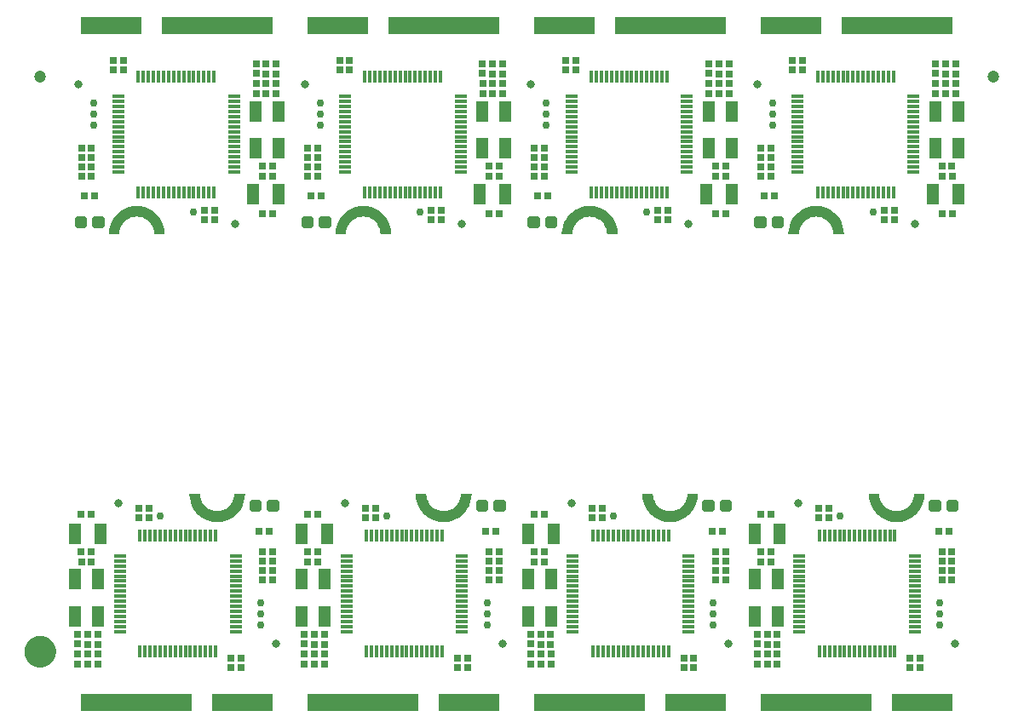
<source format=gts>
G04 EAGLE Gerber RS-274X export*
G75*
%MOMM*%
%FSLAX34Y34*%
%LPD*%
%INSoldermask Top*%
%IPPOS*%
%AMOC8*
5,1,8,0,0,1.08239X$1,22.5*%
G01*
%ADD10R,0.803200X0.803200*%
%ADD11C,0.505344*%
%ADD12R,0.553200X1.653200*%
%ADD13C,0.657200*%
%ADD14R,1.203200X0.423200*%
%ADD15R,0.423200X1.203200*%
%ADD16R,1.303200X2.103200*%
%ADD17R,1.203200X2.003200*%
%ADD18C,0.838200*%
%ADD19C,0.762000*%
%ADD20C,1.203200*%
%ADD21C,1.270000*%
%ADD22C,1.703200*%

G36*
X727755Y478253D02*
X727755Y478253D01*
X727762Y478251D01*
X727822Y478272D01*
X727883Y478290D01*
X727887Y478295D01*
X727894Y478298D01*
X727933Y478348D01*
X727975Y478395D01*
X727976Y478402D01*
X727980Y478408D01*
X727997Y478480D01*
X728211Y481198D01*
X728843Y483831D01*
X729879Y486331D01*
X731293Y488639D01*
X733051Y490698D01*
X735109Y492456D01*
X737417Y493870D01*
X739918Y494906D01*
X742550Y495538D01*
X745248Y495750D01*
X747947Y495538D01*
X750579Y494906D01*
X753080Y493870D01*
X755388Y492456D01*
X757446Y490698D01*
X759204Y488639D01*
X760618Y486331D01*
X761654Y483831D01*
X762286Y481198D01*
X762500Y478480D01*
X762503Y478474D01*
X762501Y478467D01*
X762527Y478409D01*
X762550Y478350D01*
X762555Y478345D01*
X762558Y478339D01*
X762611Y478304D01*
X762662Y478266D01*
X762669Y478266D01*
X762675Y478262D01*
X762748Y478251D01*
X772748Y478251D01*
X772773Y478258D01*
X772799Y478256D01*
X772839Y478277D01*
X772883Y478290D01*
X772900Y478310D01*
X772923Y478322D01*
X772945Y478361D01*
X772975Y478395D01*
X772978Y478421D01*
X772991Y478444D01*
X772997Y478518D01*
X772717Y482431D01*
X772714Y482441D01*
X772712Y482467D01*
X771878Y486301D01*
X771873Y486309D01*
X771868Y486335D01*
X770497Y490011D01*
X770491Y490019D01*
X770482Y490043D01*
X768602Y493487D01*
X768595Y493494D01*
X768582Y493517D01*
X766231Y496658D01*
X766223Y496664D01*
X766208Y496685D01*
X763433Y499459D01*
X763425Y499464D01*
X763406Y499483D01*
X760265Y501834D01*
X760256Y501837D01*
X760235Y501853D01*
X756792Y503734D01*
X756782Y503736D01*
X756759Y503748D01*
X753083Y505120D01*
X753074Y505120D01*
X753049Y505130D01*
X749215Y505964D01*
X749205Y505963D01*
X749180Y505969D01*
X745266Y506249D01*
X745257Y506247D01*
X745231Y506249D01*
X741317Y505969D01*
X741308Y505965D01*
X741282Y505964D01*
X737448Y505130D01*
X737439Y505125D01*
X737414Y505120D01*
X733737Y503748D01*
X733730Y503743D01*
X733705Y503734D01*
X730261Y501853D01*
X730255Y501846D01*
X730231Y501834D01*
X727090Y499483D01*
X727085Y499475D01*
X727064Y499459D01*
X724289Y496685D01*
X724284Y496676D01*
X724266Y496658D01*
X721914Y493517D01*
X721911Y493508D01*
X721895Y493487D01*
X720015Y490043D01*
X720013Y490034D01*
X720000Y490011D01*
X718629Y486335D01*
X718628Y486325D01*
X718619Y486301D01*
X717785Y482467D01*
X717785Y482457D01*
X717780Y482431D01*
X717500Y478518D01*
X717505Y478492D01*
X717501Y478467D01*
X717520Y478425D01*
X717529Y478381D01*
X717548Y478363D01*
X717558Y478339D01*
X717596Y478314D01*
X717628Y478282D01*
X717653Y478276D01*
X717675Y478262D01*
X717748Y478251D01*
X727748Y478251D01*
X727755Y478253D01*
G37*
G36*
X502661Y478253D02*
X502661Y478253D01*
X502668Y478251D01*
X502727Y478272D01*
X502788Y478290D01*
X502793Y478295D01*
X502799Y478298D01*
X502838Y478348D01*
X502880Y478395D01*
X502881Y478402D01*
X502885Y478408D01*
X502902Y478480D01*
X503116Y481198D01*
X503748Y483831D01*
X504784Y486331D01*
X506198Y488639D01*
X507956Y490698D01*
X510014Y492456D01*
X512322Y493870D01*
X514823Y494906D01*
X517455Y495538D01*
X520154Y495750D01*
X522852Y495538D01*
X525484Y494906D01*
X527985Y493870D01*
X530293Y492456D01*
X532351Y490698D01*
X534109Y488639D01*
X535523Y486331D01*
X536559Y483831D01*
X537191Y481198D01*
X537405Y478480D01*
X537408Y478474D01*
X537407Y478467D01*
X537432Y478409D01*
X537455Y478350D01*
X537461Y478345D01*
X537463Y478339D01*
X537516Y478304D01*
X537567Y478266D01*
X537574Y478266D01*
X537580Y478262D01*
X537654Y478251D01*
X547654Y478251D01*
X547679Y478258D01*
X547705Y478256D01*
X547744Y478277D01*
X547788Y478290D01*
X547805Y478310D01*
X547828Y478322D01*
X547850Y478361D01*
X547880Y478395D01*
X547884Y478421D01*
X547896Y478444D01*
X547902Y478518D01*
X547622Y482431D01*
X547619Y482441D01*
X547617Y482467D01*
X546783Y486301D01*
X546779Y486309D01*
X546773Y486335D01*
X545402Y490011D01*
X545396Y490019D01*
X545387Y490043D01*
X543507Y493487D01*
X543500Y493494D01*
X543488Y493517D01*
X541136Y496658D01*
X541129Y496664D01*
X541113Y496685D01*
X538339Y499459D01*
X538330Y499464D01*
X538312Y499483D01*
X535171Y501834D01*
X535162Y501837D01*
X535141Y501853D01*
X531697Y503734D01*
X531688Y503736D01*
X531665Y503748D01*
X527988Y505120D01*
X527979Y505120D01*
X527954Y505130D01*
X524120Y505964D01*
X524111Y505963D01*
X524085Y505969D01*
X520171Y506249D01*
X520162Y506247D01*
X520136Y506249D01*
X516222Y505969D01*
X516213Y505965D01*
X516187Y505964D01*
X512353Y505130D01*
X512344Y505125D01*
X512319Y505120D01*
X508643Y503748D01*
X508635Y503743D01*
X508610Y503734D01*
X505167Y501853D01*
X505160Y501846D01*
X505137Y501834D01*
X501996Y499483D01*
X501990Y499475D01*
X501969Y499459D01*
X499194Y496685D01*
X499190Y496676D01*
X499171Y496658D01*
X496820Y493517D01*
X496816Y493508D01*
X496800Y493487D01*
X494920Y490043D01*
X494918Y490034D01*
X494905Y490011D01*
X493534Y486335D01*
X493533Y486325D01*
X493524Y486301D01*
X492690Y482467D01*
X492691Y482457D01*
X492685Y482431D01*
X492405Y478518D01*
X492410Y478492D01*
X492407Y478467D01*
X492425Y478425D01*
X492435Y478381D01*
X492453Y478363D01*
X492463Y478339D01*
X492501Y478314D01*
X492533Y478282D01*
X492558Y478276D01*
X492580Y478262D01*
X492654Y478251D01*
X502654Y478251D01*
X502661Y478253D01*
G37*
G36*
X52496Y478253D02*
X52496Y478253D01*
X52503Y478251D01*
X52563Y478272D01*
X52624Y478290D01*
X52628Y478295D01*
X52635Y478298D01*
X52674Y478348D01*
X52716Y478395D01*
X52717Y478402D01*
X52721Y478408D01*
X52738Y478480D01*
X52952Y481198D01*
X53584Y483831D01*
X54620Y486331D01*
X56034Y488639D01*
X57792Y490698D01*
X59850Y492456D01*
X62158Y493870D01*
X64659Y494906D01*
X67291Y495538D01*
X69989Y495750D01*
X72688Y495538D01*
X75320Y494906D01*
X77821Y493870D01*
X80129Y492456D01*
X82187Y490698D01*
X83945Y488639D01*
X85359Y486331D01*
X86395Y483831D01*
X87027Y481198D01*
X87241Y478480D01*
X87244Y478474D01*
X87242Y478467D01*
X87268Y478409D01*
X87291Y478350D01*
X87296Y478345D01*
X87299Y478339D01*
X87352Y478304D01*
X87403Y478266D01*
X87410Y478266D01*
X87416Y478262D01*
X87489Y478251D01*
X97489Y478251D01*
X97514Y478258D01*
X97540Y478256D01*
X97580Y478277D01*
X97624Y478290D01*
X97641Y478310D01*
X97664Y478322D01*
X97686Y478361D01*
X97716Y478395D01*
X97719Y478421D01*
X97732Y478444D01*
X97738Y478518D01*
X97458Y482431D01*
X97455Y482441D01*
X97453Y482467D01*
X96619Y486301D01*
X96614Y486309D01*
X96609Y486335D01*
X95238Y490011D01*
X95232Y490019D01*
X95223Y490043D01*
X93343Y493487D01*
X93336Y493494D01*
X93323Y493517D01*
X90972Y496658D01*
X90964Y496664D01*
X90949Y496685D01*
X88174Y499459D01*
X88166Y499464D01*
X88147Y499483D01*
X85006Y501834D01*
X84997Y501837D01*
X84976Y501853D01*
X81533Y503734D01*
X81523Y503736D01*
X81500Y503748D01*
X77824Y505120D01*
X77815Y505120D01*
X77790Y505130D01*
X73956Y505964D01*
X73946Y505963D01*
X73921Y505969D01*
X70007Y506249D01*
X69998Y506247D01*
X69972Y506249D01*
X66058Y505969D01*
X66049Y505965D01*
X66023Y505964D01*
X62189Y505130D01*
X62180Y505125D01*
X62155Y505120D01*
X58478Y503748D01*
X58471Y503743D01*
X58446Y503734D01*
X55002Y501853D01*
X54996Y501846D01*
X54972Y501834D01*
X51831Y499483D01*
X51826Y499475D01*
X51805Y499459D01*
X49030Y496685D01*
X49025Y496676D01*
X49007Y496658D01*
X46655Y493517D01*
X46652Y493508D01*
X46636Y493487D01*
X44756Y490043D01*
X44754Y490034D01*
X44741Y490011D01*
X43370Y486335D01*
X43369Y486325D01*
X43360Y486301D01*
X42526Y482467D01*
X42526Y482457D01*
X42521Y482431D01*
X42241Y478518D01*
X42246Y478492D01*
X42242Y478467D01*
X42261Y478425D01*
X42270Y478381D01*
X42289Y478363D01*
X42299Y478339D01*
X42337Y478314D01*
X42369Y478282D01*
X42394Y478276D01*
X42416Y478262D01*
X42489Y478251D01*
X52489Y478251D01*
X52496Y478253D01*
G37*
G36*
X277591Y478253D02*
X277591Y478253D01*
X277598Y478251D01*
X277657Y478272D01*
X277718Y478290D01*
X277723Y478295D01*
X277730Y478298D01*
X277769Y478348D01*
X277810Y478395D01*
X277811Y478402D01*
X277816Y478408D01*
X277833Y478480D01*
X278047Y481198D01*
X278679Y483831D01*
X279714Y486331D01*
X281129Y488639D01*
X282887Y490698D01*
X284945Y492456D01*
X287253Y493870D01*
X289754Y494906D01*
X292386Y495538D01*
X295084Y495750D01*
X297783Y495538D01*
X300415Y494906D01*
X302916Y493870D01*
X305224Y492456D01*
X307282Y490698D01*
X309040Y488639D01*
X310454Y486331D01*
X311490Y483831D01*
X312122Y481198D01*
X312336Y478480D01*
X312338Y478474D01*
X312337Y478467D01*
X312363Y478409D01*
X312385Y478350D01*
X312391Y478345D01*
X312394Y478339D01*
X312447Y478304D01*
X312497Y478266D01*
X312505Y478266D01*
X312511Y478262D01*
X312584Y478251D01*
X322584Y478251D01*
X322609Y478258D01*
X322635Y478256D01*
X322675Y478277D01*
X322718Y478290D01*
X322736Y478310D01*
X322758Y478322D01*
X322781Y478361D01*
X322810Y478395D01*
X322814Y478421D01*
X322827Y478444D01*
X322833Y478518D01*
X322553Y482431D01*
X322550Y482441D01*
X322548Y482467D01*
X321714Y486301D01*
X321709Y486309D01*
X321704Y486335D01*
X320333Y490011D01*
X320327Y490019D01*
X320318Y490043D01*
X318437Y493487D01*
X318431Y493494D01*
X318418Y493517D01*
X316067Y496658D01*
X316059Y496664D01*
X316044Y496685D01*
X313269Y499459D01*
X313261Y499464D01*
X313242Y499483D01*
X310101Y501834D01*
X310092Y501837D01*
X310071Y501853D01*
X306628Y503734D01*
X306618Y503736D01*
X306595Y503748D01*
X302919Y505120D01*
X302909Y505120D01*
X302885Y505130D01*
X299051Y505964D01*
X299041Y505963D01*
X299016Y505969D01*
X295102Y506249D01*
X295093Y506247D01*
X295066Y506249D01*
X291153Y505969D01*
X291144Y505965D01*
X291118Y505964D01*
X287284Y505130D01*
X287275Y505125D01*
X287249Y505120D01*
X283573Y503748D01*
X283565Y503743D01*
X283541Y503734D01*
X280097Y501853D01*
X280090Y501846D01*
X280067Y501834D01*
X276926Y499483D01*
X276920Y499475D01*
X276899Y499459D01*
X274125Y496685D01*
X274120Y496676D01*
X274102Y496658D01*
X271750Y493517D01*
X271747Y493508D01*
X271731Y493487D01*
X269851Y490043D01*
X269849Y490034D01*
X269836Y490011D01*
X268465Y486335D01*
X268464Y486325D01*
X268455Y486301D01*
X267621Y482467D01*
X267621Y482457D01*
X267615Y482431D01*
X267336Y478518D01*
X267341Y478492D01*
X267337Y478467D01*
X267356Y478425D01*
X267365Y478381D01*
X267383Y478363D01*
X267394Y478339D01*
X267432Y478314D01*
X267464Y478282D01*
X267489Y478276D01*
X267511Y478262D01*
X267584Y478251D01*
X277584Y478251D01*
X277591Y478253D01*
G37*
G36*
X829165Y192531D02*
X829165Y192531D01*
X829174Y192535D01*
X829200Y192536D01*
X833034Y193370D01*
X833043Y193375D01*
X833068Y193380D01*
X836745Y194752D01*
X836752Y194757D01*
X836777Y194766D01*
X840221Y196647D01*
X840227Y196654D01*
X840251Y196666D01*
X843392Y199017D01*
X843397Y199025D01*
X843419Y199041D01*
X846193Y201815D01*
X846198Y201824D01*
X846216Y201842D01*
X848568Y204983D01*
X848571Y204992D01*
X848587Y205013D01*
X850467Y208457D01*
X850469Y208466D01*
X850482Y208489D01*
X851853Y212165D01*
X851854Y212175D01*
X851863Y212199D01*
X852697Y216033D01*
X852697Y216043D01*
X852702Y216069D01*
X852982Y219982D01*
X852977Y220008D01*
X852981Y220033D01*
X852962Y220075D01*
X852953Y220119D01*
X852934Y220137D01*
X852924Y220161D01*
X852886Y220186D01*
X852854Y220218D01*
X852829Y220224D01*
X852807Y220238D01*
X852734Y220249D01*
X842734Y220249D01*
X842727Y220247D01*
X842720Y220249D01*
X842660Y220228D01*
X842599Y220210D01*
X842595Y220205D01*
X842588Y220202D01*
X842549Y220152D01*
X842507Y220105D01*
X842506Y220098D01*
X842502Y220092D01*
X842485Y220020D01*
X842271Y217302D01*
X841639Y214669D01*
X840603Y212169D01*
X839189Y209861D01*
X837431Y207802D01*
X835373Y206044D01*
X833065Y204630D01*
X830564Y203594D01*
X827932Y202962D01*
X825234Y202750D01*
X822535Y202962D01*
X819903Y203594D01*
X817402Y204630D01*
X815094Y206044D01*
X813036Y207802D01*
X811278Y209861D01*
X809864Y212169D01*
X808828Y214669D01*
X808196Y217302D01*
X807982Y220020D01*
X807980Y220026D01*
X807981Y220033D01*
X807955Y220091D01*
X807932Y220150D01*
X807927Y220155D01*
X807924Y220161D01*
X807871Y220196D01*
X807820Y220234D01*
X807813Y220234D01*
X807807Y220238D01*
X807734Y220249D01*
X797734Y220249D01*
X797709Y220242D01*
X797683Y220244D01*
X797643Y220223D01*
X797599Y220210D01*
X797582Y220190D01*
X797559Y220178D01*
X797537Y220139D01*
X797507Y220105D01*
X797504Y220079D01*
X797491Y220056D01*
X797485Y219982D01*
X797765Y216069D01*
X797768Y216059D01*
X797770Y216033D01*
X798604Y212199D01*
X798609Y212191D01*
X798614Y212165D01*
X799985Y208489D01*
X799991Y208481D01*
X800000Y208457D01*
X801880Y205013D01*
X801887Y205006D01*
X801900Y204983D01*
X804251Y201842D01*
X804259Y201836D01*
X804274Y201815D01*
X807049Y199041D01*
X807057Y199036D01*
X807076Y199017D01*
X810217Y196666D01*
X810226Y196663D01*
X810247Y196647D01*
X813690Y194766D01*
X813700Y194764D01*
X813723Y194752D01*
X817399Y193380D01*
X817409Y193380D01*
X817433Y193370D01*
X821267Y192536D01*
X821277Y192537D01*
X821302Y192531D01*
X825216Y192251D01*
X825225Y192253D01*
X825251Y192251D01*
X829165Y192531D01*
G37*
G36*
X604096Y192531D02*
X604096Y192531D01*
X604105Y192535D01*
X604131Y192536D01*
X607965Y193370D01*
X607973Y193375D01*
X607999Y193380D01*
X611675Y194752D01*
X611683Y194757D01*
X611708Y194766D01*
X615151Y196647D01*
X615158Y196654D01*
X615181Y196666D01*
X618322Y199017D01*
X618328Y199025D01*
X618349Y199041D01*
X621124Y201815D01*
X621128Y201824D01*
X621147Y201842D01*
X623498Y204983D01*
X623502Y204992D01*
X623517Y205013D01*
X625398Y208457D01*
X625400Y208466D01*
X625413Y208489D01*
X626784Y212165D01*
X626784Y212175D01*
X626794Y212199D01*
X627628Y216033D01*
X627627Y216043D01*
X627633Y216069D01*
X627913Y219982D01*
X627907Y220008D01*
X627911Y220033D01*
X627893Y220075D01*
X627883Y220119D01*
X627865Y220137D01*
X627854Y220161D01*
X627817Y220186D01*
X627785Y220218D01*
X627759Y220224D01*
X627738Y220238D01*
X627664Y220249D01*
X617664Y220249D01*
X617657Y220247D01*
X617650Y220249D01*
X617591Y220228D01*
X617530Y220210D01*
X617525Y220205D01*
X617518Y220202D01*
X617480Y220152D01*
X617438Y220105D01*
X617437Y220098D01*
X617433Y220092D01*
X617416Y220020D01*
X617202Y217302D01*
X616570Y214669D01*
X615534Y212169D01*
X614120Y209861D01*
X612362Y207802D01*
X610304Y206044D01*
X607996Y204630D01*
X605495Y203594D01*
X602863Y202962D01*
X600164Y202750D01*
X597466Y202962D01*
X594834Y203594D01*
X592333Y204630D01*
X590025Y206044D01*
X587967Y207802D01*
X586209Y209861D01*
X584794Y212169D01*
X583759Y214669D01*
X583127Y217302D01*
X582913Y220020D01*
X582910Y220026D01*
X582911Y220033D01*
X582885Y220091D01*
X582863Y220150D01*
X582857Y220155D01*
X582854Y220161D01*
X582802Y220196D01*
X582751Y220234D01*
X582744Y220234D01*
X582738Y220238D01*
X582664Y220249D01*
X572664Y220249D01*
X572639Y220242D01*
X572613Y220244D01*
X572573Y220223D01*
X572530Y220210D01*
X572513Y220190D01*
X572490Y220178D01*
X572468Y220139D01*
X572438Y220105D01*
X572434Y220079D01*
X572421Y220056D01*
X572416Y219982D01*
X572695Y216069D01*
X572699Y216059D01*
X572701Y216033D01*
X573535Y212199D01*
X573539Y212191D01*
X573545Y212165D01*
X574916Y208489D01*
X574922Y208481D01*
X574931Y208457D01*
X576811Y205013D01*
X576818Y205006D01*
X576830Y204983D01*
X579182Y201842D01*
X579189Y201836D01*
X579205Y201815D01*
X581979Y199041D01*
X581988Y199036D01*
X582006Y199017D01*
X585147Y196666D01*
X585156Y196663D01*
X585177Y196647D01*
X588621Y194766D01*
X588630Y194764D01*
X588653Y194752D01*
X592329Y193380D01*
X592339Y193380D01*
X592364Y193370D01*
X596198Y192536D01*
X596207Y192537D01*
X596233Y192531D01*
X600146Y192251D01*
X600156Y192253D01*
X600182Y192251D01*
X604096Y192531D01*
G37*
G36*
X379001Y192531D02*
X379001Y192531D01*
X379010Y192535D01*
X379036Y192536D01*
X382870Y193370D01*
X382879Y193375D01*
X382904Y193380D01*
X386580Y194752D01*
X386588Y194757D01*
X386613Y194766D01*
X390056Y196647D01*
X390063Y196654D01*
X390086Y196666D01*
X393227Y199017D01*
X393233Y199025D01*
X393254Y199041D01*
X396029Y201815D01*
X396033Y201824D01*
X396052Y201842D01*
X398403Y204983D01*
X398407Y204992D01*
X398423Y205013D01*
X400303Y208457D01*
X400305Y208466D01*
X400318Y208489D01*
X401689Y212165D01*
X401690Y212175D01*
X401699Y212199D01*
X402533Y216033D01*
X402532Y216043D01*
X402538Y216069D01*
X402818Y219982D01*
X402813Y220008D01*
X402816Y220033D01*
X402798Y220075D01*
X402789Y220119D01*
X402770Y220137D01*
X402760Y220161D01*
X402722Y220186D01*
X402690Y220218D01*
X402665Y220224D01*
X402643Y220238D01*
X402569Y220249D01*
X392569Y220249D01*
X392562Y220247D01*
X392555Y220249D01*
X392496Y220228D01*
X392435Y220210D01*
X392430Y220205D01*
X392424Y220202D01*
X392385Y220152D01*
X392343Y220105D01*
X392342Y220098D01*
X392338Y220092D01*
X392321Y220020D01*
X392107Y217302D01*
X391475Y214669D01*
X390439Y212169D01*
X389025Y209861D01*
X387267Y207802D01*
X385209Y206044D01*
X382901Y204630D01*
X380400Y203594D01*
X377768Y202962D01*
X375069Y202750D01*
X372371Y202962D01*
X369739Y203594D01*
X367238Y204630D01*
X364930Y206044D01*
X362872Y207802D01*
X361114Y209861D01*
X359700Y212169D01*
X358664Y214669D01*
X358032Y217302D01*
X357818Y220020D01*
X357815Y220026D01*
X357816Y220033D01*
X357791Y220091D01*
X357768Y220150D01*
X357763Y220155D01*
X357760Y220161D01*
X357707Y220196D01*
X357656Y220234D01*
X357649Y220234D01*
X357643Y220238D01*
X357569Y220249D01*
X347569Y220249D01*
X347544Y220242D01*
X347518Y220244D01*
X347479Y220223D01*
X347435Y220210D01*
X347418Y220190D01*
X347395Y220178D01*
X347373Y220139D01*
X347343Y220105D01*
X347339Y220079D01*
X347327Y220056D01*
X347321Y219982D01*
X347601Y216069D01*
X347604Y216059D01*
X347606Y216033D01*
X348440Y212199D01*
X348444Y212191D01*
X348450Y212165D01*
X349821Y208489D01*
X349827Y208481D01*
X349836Y208457D01*
X351716Y205013D01*
X351723Y205006D01*
X351735Y204983D01*
X354087Y201842D01*
X354095Y201836D01*
X354110Y201815D01*
X356885Y199041D01*
X356893Y199036D01*
X356911Y199017D01*
X360052Y196666D01*
X360062Y196663D01*
X360082Y196647D01*
X363526Y194766D01*
X363535Y194764D01*
X363558Y194752D01*
X367235Y193380D01*
X367244Y193380D01*
X367269Y193370D01*
X371103Y192536D01*
X371112Y192537D01*
X371138Y192531D01*
X375052Y192251D01*
X375061Y192253D01*
X375087Y192251D01*
X379001Y192531D01*
G37*
G36*
X153931Y192531D02*
X153931Y192531D01*
X153941Y192535D01*
X153967Y192536D01*
X157801Y193370D01*
X157809Y193375D01*
X157835Y193380D01*
X161511Y194752D01*
X161519Y194757D01*
X161543Y194766D01*
X164987Y196647D01*
X164994Y196654D01*
X165017Y196666D01*
X168158Y199017D01*
X168164Y199025D01*
X168185Y199041D01*
X170959Y201815D01*
X170964Y201824D01*
X170983Y201842D01*
X173334Y204983D01*
X173337Y204992D01*
X173353Y205013D01*
X175234Y208457D01*
X175236Y208466D01*
X175248Y208489D01*
X176620Y212165D01*
X176620Y212175D01*
X176630Y212199D01*
X177464Y216033D01*
X177463Y216043D01*
X177469Y216069D01*
X177749Y219982D01*
X177743Y220008D01*
X177747Y220033D01*
X177729Y220075D01*
X177719Y220119D01*
X177701Y220137D01*
X177690Y220161D01*
X177652Y220186D01*
X177621Y220218D01*
X177595Y220224D01*
X177574Y220238D01*
X177500Y220249D01*
X167500Y220249D01*
X167493Y220247D01*
X167486Y220249D01*
X167427Y220228D01*
X167366Y220210D01*
X167361Y220205D01*
X167354Y220202D01*
X167316Y220152D01*
X167274Y220105D01*
X167273Y220098D01*
X167268Y220092D01*
X167252Y220020D01*
X167038Y217302D01*
X166406Y214669D01*
X165370Y212169D01*
X163956Y209861D01*
X162198Y207802D01*
X160139Y206044D01*
X157831Y204630D01*
X155331Y203594D01*
X152698Y202962D01*
X150000Y202750D01*
X147302Y202962D01*
X144669Y203594D01*
X142169Y204630D01*
X139861Y206044D01*
X137802Y207802D01*
X136044Y209861D01*
X134630Y212169D01*
X133594Y214669D01*
X132962Y217302D01*
X132748Y220020D01*
X132746Y220026D01*
X132747Y220033D01*
X132721Y220091D01*
X132699Y220150D01*
X132693Y220155D01*
X132690Y220161D01*
X132637Y220196D01*
X132587Y220234D01*
X132580Y220234D01*
X132574Y220238D01*
X132500Y220249D01*
X122500Y220249D01*
X122475Y220242D01*
X122449Y220244D01*
X122409Y220223D01*
X122366Y220210D01*
X122349Y220190D01*
X122326Y220178D01*
X122304Y220139D01*
X122274Y220105D01*
X122270Y220079D01*
X122257Y220056D01*
X122251Y219982D01*
X122531Y216069D01*
X122535Y216059D01*
X122536Y216033D01*
X123370Y212199D01*
X123375Y212191D01*
X123380Y212165D01*
X124752Y208489D01*
X124757Y208481D01*
X124766Y208457D01*
X126647Y205013D01*
X126654Y205006D01*
X126666Y204983D01*
X129017Y201842D01*
X129025Y201836D01*
X129041Y201815D01*
X131815Y199041D01*
X131824Y199036D01*
X131842Y199017D01*
X134983Y196666D01*
X134992Y196663D01*
X135013Y196647D01*
X138457Y194766D01*
X138466Y194764D01*
X138489Y194752D01*
X142165Y193380D01*
X142175Y193380D01*
X142199Y193370D01*
X146033Y192536D01*
X146043Y192537D01*
X146069Y192531D01*
X149982Y192251D01*
X149992Y192253D01*
X150018Y192251D01*
X153931Y192531D01*
G37*
D10*
X25000Y152200D03*
X15000Y152200D03*
X31400Y60500D03*
X31400Y50500D03*
X72500Y196500D03*
X82500Y196500D03*
X163500Y56800D03*
X173500Y56800D03*
X195000Y162500D03*
X205000Y162500D03*
X72500Y205900D03*
X82500Y205900D03*
X21400Y80600D03*
X21400Y70600D03*
X11400Y80700D03*
X11400Y70700D03*
X24900Y162300D03*
X14900Y162300D03*
X24900Y199550D03*
X14900Y199550D03*
X163500Y47700D03*
X173500Y47700D03*
X195000Y153300D03*
X205000Y153300D03*
X11400Y60600D03*
X11400Y50600D03*
X21400Y60600D03*
X21400Y50600D03*
D11*
X202080Y204610D02*
X202080Y211590D01*
X209060Y211590D01*
X209060Y204610D01*
X202080Y204610D01*
X202080Y209410D02*
X209060Y209410D01*
X184540Y211590D02*
X184540Y204610D01*
X184540Y211590D02*
X191520Y211590D01*
X191520Y204610D01*
X184540Y204610D01*
X184540Y209410D02*
X191520Y209410D01*
D12*
X202500Y12750D03*
X197500Y12750D03*
X192500Y12750D03*
X187500Y12750D03*
X182500Y12750D03*
X177500Y12750D03*
X172500Y12750D03*
X167500Y12750D03*
X162500Y12750D03*
X157500Y12750D03*
X152500Y12750D03*
X147500Y12750D03*
X122500Y12750D03*
X117500Y12750D03*
X112500Y12750D03*
X107500Y12750D03*
X102500Y12750D03*
X97500Y12750D03*
X92500Y12750D03*
X87500Y12750D03*
X82500Y12750D03*
X77500Y12750D03*
X72500Y12750D03*
X67500Y12750D03*
X62500Y12750D03*
X57500Y12750D03*
X52500Y12750D03*
X47500Y12750D03*
X42500Y12750D03*
X37500Y12750D03*
X32500Y12750D03*
X27500Y12750D03*
X22500Y12750D03*
X17500Y12750D03*
D13*
X129000Y210000D03*
X171000Y210000D03*
X150000Y197000D03*
D10*
X201800Y182500D03*
X191800Y182500D03*
X205000Y134900D03*
X195000Y134900D03*
X205000Y144100D03*
X195000Y144100D03*
X31300Y80500D03*
X31300Y70500D03*
D14*
X53300Y123300D03*
X53300Y118300D03*
X53300Y133300D03*
X53300Y143300D03*
X53300Y153300D03*
X53300Y128300D03*
X53300Y138300D03*
X53300Y148300D03*
X53300Y158300D03*
X53300Y108300D03*
X53300Y98300D03*
X53300Y88300D03*
X53300Y83300D03*
X53300Y93300D03*
X53300Y103300D03*
X53300Y113300D03*
D15*
X108300Y63300D03*
X113300Y63300D03*
X98300Y63300D03*
X88300Y63300D03*
X78300Y63300D03*
X103300Y63300D03*
X93300Y63300D03*
X83300Y63300D03*
X73300Y63300D03*
X123300Y63300D03*
X133300Y63300D03*
X143300Y63300D03*
X148300Y63300D03*
X138300Y63300D03*
X128300Y63300D03*
X118300Y63300D03*
D14*
X168300Y118300D03*
X168300Y123300D03*
X168300Y108300D03*
X168300Y98300D03*
X168300Y88300D03*
X168300Y113300D03*
X168300Y103300D03*
X168300Y93300D03*
X168300Y83300D03*
X168300Y133300D03*
X168300Y143300D03*
X168300Y153300D03*
X168300Y158300D03*
X168300Y148300D03*
X168300Y138300D03*
X168300Y128300D03*
D15*
X113300Y178300D03*
X108300Y178300D03*
X123300Y178300D03*
X133300Y178300D03*
X143300Y178300D03*
X118300Y178300D03*
X128300Y178300D03*
X138300Y178300D03*
X148300Y178300D03*
X98300Y178300D03*
X88300Y178300D03*
X78300Y178300D03*
X73300Y178300D03*
X83300Y178300D03*
X93300Y178300D03*
X103300Y178300D03*
D16*
X8700Y135100D03*
X31700Y98100D03*
X31700Y135100D03*
X8700Y98100D03*
D17*
X9000Y180700D03*
X34000Y180700D03*
D18*
X208250Y70770D03*
X52000Y210400D03*
D19*
X193000Y112000D03*
X193000Y101000D03*
X93300Y197900D03*
X193000Y90000D03*
D10*
X250069Y152200D03*
X240069Y152200D03*
X256469Y60500D03*
X256469Y50500D03*
X297569Y196500D03*
X307569Y196500D03*
X388569Y56800D03*
X398569Y56800D03*
X420069Y162500D03*
X430069Y162500D03*
X297569Y205900D03*
X307569Y205900D03*
X246469Y80600D03*
X246469Y70600D03*
X236469Y80700D03*
X236469Y70700D03*
X249969Y162300D03*
X239969Y162300D03*
X249969Y199550D03*
X239969Y199550D03*
X388569Y47700D03*
X398569Y47700D03*
X420069Y153300D03*
X430069Y153300D03*
X236469Y60600D03*
X236469Y50600D03*
X246469Y60600D03*
X246469Y50600D03*
D11*
X427149Y204610D02*
X427149Y211590D01*
X434129Y211590D01*
X434129Y204610D01*
X427149Y204610D01*
X427149Y209410D02*
X434129Y209410D01*
X409609Y211590D02*
X409609Y204610D01*
X409609Y211590D02*
X416589Y211590D01*
X416589Y204610D01*
X409609Y204610D01*
X409609Y209410D02*
X416589Y209410D01*
D12*
X427569Y12750D03*
X422569Y12750D03*
X417569Y12750D03*
X412569Y12750D03*
X407569Y12750D03*
X402569Y12750D03*
X397569Y12750D03*
X392569Y12750D03*
X387569Y12750D03*
X382569Y12750D03*
X377569Y12750D03*
X372569Y12750D03*
X347569Y12750D03*
X342569Y12750D03*
X337569Y12750D03*
X332569Y12750D03*
X327569Y12750D03*
X322569Y12750D03*
X317569Y12750D03*
X312569Y12750D03*
X307569Y12750D03*
X302569Y12750D03*
X297569Y12750D03*
X292569Y12750D03*
X287569Y12750D03*
X282569Y12750D03*
X277569Y12750D03*
X272569Y12750D03*
X267569Y12750D03*
X262569Y12750D03*
X257569Y12750D03*
X252569Y12750D03*
X247569Y12750D03*
X242569Y12750D03*
D13*
X354069Y210000D03*
X396069Y210000D03*
X375069Y197000D03*
D10*
X426869Y182500D03*
X416869Y182500D03*
X430069Y134900D03*
X420069Y134900D03*
X430069Y144100D03*
X420069Y144100D03*
X256369Y80500D03*
X256369Y70500D03*
D14*
X278369Y123300D03*
X278369Y118300D03*
X278369Y133300D03*
X278369Y143300D03*
X278369Y153300D03*
X278369Y128300D03*
X278369Y138300D03*
X278369Y148300D03*
X278369Y158300D03*
X278369Y108300D03*
X278369Y98300D03*
X278369Y88300D03*
X278369Y83300D03*
X278369Y93300D03*
X278369Y103300D03*
X278369Y113300D03*
D15*
X333369Y63300D03*
X338369Y63300D03*
X323369Y63300D03*
X313369Y63300D03*
X303369Y63300D03*
X328369Y63300D03*
X318369Y63300D03*
X308369Y63300D03*
X298369Y63300D03*
X348369Y63300D03*
X358369Y63300D03*
X368369Y63300D03*
X373369Y63300D03*
X363369Y63300D03*
X353369Y63300D03*
X343369Y63300D03*
D14*
X393369Y118300D03*
X393369Y123300D03*
X393369Y108300D03*
X393369Y98300D03*
X393369Y88300D03*
X393369Y113300D03*
X393369Y103300D03*
X393369Y93300D03*
X393369Y83300D03*
X393369Y133300D03*
X393369Y143300D03*
X393369Y153300D03*
X393369Y158300D03*
X393369Y148300D03*
X393369Y138300D03*
X393369Y128300D03*
D15*
X338369Y178300D03*
X333369Y178300D03*
X348369Y178300D03*
X358369Y178300D03*
X368369Y178300D03*
X343369Y178300D03*
X353369Y178300D03*
X363369Y178300D03*
X373369Y178300D03*
X323369Y178300D03*
X313369Y178300D03*
X303369Y178300D03*
X298369Y178300D03*
X308369Y178300D03*
X318369Y178300D03*
X328369Y178300D03*
D16*
X233769Y135100D03*
X256769Y98100D03*
X256769Y135100D03*
X233769Y98100D03*
D17*
X234069Y180700D03*
X259069Y180700D03*
D18*
X433319Y70770D03*
X277069Y210400D03*
D19*
X418069Y112000D03*
X418069Y101000D03*
X318369Y197900D03*
X418069Y90000D03*
D10*
X475164Y152200D03*
X465164Y152200D03*
X481564Y60500D03*
X481564Y50500D03*
X522664Y196500D03*
X532664Y196500D03*
X613664Y56800D03*
X623664Y56800D03*
X645164Y162500D03*
X655164Y162500D03*
X522664Y205900D03*
X532664Y205900D03*
X471564Y80600D03*
X471564Y70600D03*
X461564Y80700D03*
X461564Y70700D03*
X475064Y162300D03*
X465064Y162300D03*
X475064Y199550D03*
X465064Y199550D03*
X613664Y47700D03*
X623664Y47700D03*
X645164Y153300D03*
X655164Y153300D03*
X461564Y60600D03*
X461564Y50600D03*
X471564Y60600D03*
X471564Y50600D03*
D11*
X652244Y204610D02*
X652244Y211590D01*
X659224Y211590D01*
X659224Y204610D01*
X652244Y204610D01*
X652244Y209410D02*
X659224Y209410D01*
X634704Y211590D02*
X634704Y204610D01*
X634704Y211590D02*
X641684Y211590D01*
X641684Y204610D01*
X634704Y204610D01*
X634704Y209410D02*
X641684Y209410D01*
D12*
X652664Y12750D03*
X647664Y12750D03*
X642664Y12750D03*
X637664Y12750D03*
X632664Y12750D03*
X627664Y12750D03*
X622664Y12750D03*
X617664Y12750D03*
X612664Y12750D03*
X607664Y12750D03*
X602664Y12750D03*
X597664Y12750D03*
X572664Y12750D03*
X567664Y12750D03*
X562664Y12750D03*
X557664Y12750D03*
X552664Y12750D03*
X547664Y12750D03*
X542664Y12750D03*
X537664Y12750D03*
X532664Y12750D03*
X527664Y12750D03*
X522664Y12750D03*
X517664Y12750D03*
X512664Y12750D03*
X507664Y12750D03*
X502664Y12750D03*
X497664Y12750D03*
X492664Y12750D03*
X487664Y12750D03*
X482664Y12750D03*
X477664Y12750D03*
X472664Y12750D03*
X467664Y12750D03*
D13*
X579164Y210000D03*
X621164Y210000D03*
X600164Y197000D03*
D10*
X651964Y182500D03*
X641964Y182500D03*
X655164Y134900D03*
X645164Y134900D03*
X655164Y144100D03*
X645164Y144100D03*
X481464Y80500D03*
X481464Y70500D03*
D14*
X503464Y123300D03*
X503464Y118300D03*
X503464Y133300D03*
X503464Y143300D03*
X503464Y153300D03*
X503464Y128300D03*
X503464Y138300D03*
X503464Y148300D03*
X503464Y158300D03*
X503464Y108300D03*
X503464Y98300D03*
X503464Y88300D03*
X503464Y83300D03*
X503464Y93300D03*
X503464Y103300D03*
X503464Y113300D03*
D15*
X558464Y63300D03*
X563464Y63300D03*
X548464Y63300D03*
X538464Y63300D03*
X528464Y63300D03*
X553464Y63300D03*
X543464Y63300D03*
X533464Y63300D03*
X523464Y63300D03*
X573464Y63300D03*
X583464Y63300D03*
X593464Y63300D03*
X598464Y63300D03*
X588464Y63300D03*
X578464Y63300D03*
X568464Y63300D03*
D14*
X618464Y118300D03*
X618464Y123300D03*
X618464Y108300D03*
X618464Y98300D03*
X618464Y88300D03*
X618464Y113300D03*
X618464Y103300D03*
X618464Y93300D03*
X618464Y83300D03*
X618464Y133300D03*
X618464Y143300D03*
X618464Y153300D03*
X618464Y158300D03*
X618464Y148300D03*
X618464Y138300D03*
X618464Y128300D03*
D15*
X563464Y178300D03*
X558464Y178300D03*
X573464Y178300D03*
X583464Y178300D03*
X593464Y178300D03*
X568464Y178300D03*
X578464Y178300D03*
X588464Y178300D03*
X598464Y178300D03*
X548464Y178300D03*
X538464Y178300D03*
X528464Y178300D03*
X523464Y178300D03*
X533464Y178300D03*
X543464Y178300D03*
X553464Y178300D03*
D16*
X458864Y135100D03*
X481864Y98100D03*
X481864Y135100D03*
X458864Y98100D03*
D17*
X459164Y180700D03*
X484164Y180700D03*
D18*
X658414Y70770D03*
X502164Y210400D03*
D19*
X643164Y112000D03*
X643164Y101000D03*
X543464Y197900D03*
X643164Y90000D03*
D10*
X700234Y152200D03*
X690234Y152200D03*
X706634Y60500D03*
X706634Y50500D03*
X747734Y196500D03*
X757734Y196500D03*
X838734Y56800D03*
X848734Y56800D03*
X870234Y162500D03*
X880234Y162500D03*
X747734Y205900D03*
X757734Y205900D03*
X696634Y80600D03*
X696634Y70600D03*
X686634Y80700D03*
X686634Y70700D03*
X700134Y162300D03*
X690134Y162300D03*
X700134Y199550D03*
X690134Y199550D03*
X838734Y47700D03*
X848734Y47700D03*
X870234Y153300D03*
X880234Y153300D03*
X686634Y60600D03*
X686634Y50600D03*
X696634Y60600D03*
X696634Y50600D03*
D11*
X877314Y204610D02*
X877314Y211590D01*
X884294Y211590D01*
X884294Y204610D01*
X877314Y204610D01*
X877314Y209410D02*
X884294Y209410D01*
X859774Y211590D02*
X859774Y204610D01*
X859774Y211590D02*
X866754Y211590D01*
X866754Y204610D01*
X859774Y204610D01*
X859774Y209410D02*
X866754Y209410D01*
D12*
X877734Y12750D03*
X872734Y12750D03*
X867734Y12750D03*
X862734Y12750D03*
X857734Y12750D03*
X852734Y12750D03*
X847734Y12750D03*
X842734Y12750D03*
X837734Y12750D03*
X832734Y12750D03*
X827734Y12750D03*
X822734Y12750D03*
X797734Y12750D03*
X792734Y12750D03*
X787734Y12750D03*
X782734Y12750D03*
X777734Y12750D03*
X772734Y12750D03*
X767734Y12750D03*
X762734Y12750D03*
X757734Y12750D03*
X752734Y12750D03*
X747734Y12750D03*
X742734Y12750D03*
X737734Y12750D03*
X732734Y12750D03*
X727734Y12750D03*
X722734Y12750D03*
X717734Y12750D03*
X712734Y12750D03*
X707734Y12750D03*
X702734Y12750D03*
X697734Y12750D03*
X692734Y12750D03*
D13*
X804234Y210000D03*
X846234Y210000D03*
X825234Y197000D03*
D10*
X877034Y182500D03*
X867034Y182500D03*
X880234Y134900D03*
X870234Y134900D03*
X880234Y144100D03*
X870234Y144100D03*
X706534Y80500D03*
X706534Y70500D03*
D14*
X728534Y123300D03*
X728534Y118300D03*
X728534Y133300D03*
X728534Y143300D03*
X728534Y153300D03*
X728534Y128300D03*
X728534Y138300D03*
X728534Y148300D03*
X728534Y158300D03*
X728534Y108300D03*
X728534Y98300D03*
X728534Y88300D03*
X728534Y83300D03*
X728534Y93300D03*
X728534Y103300D03*
X728534Y113300D03*
D15*
X783534Y63300D03*
X788534Y63300D03*
X773534Y63300D03*
X763534Y63300D03*
X753534Y63300D03*
X778534Y63300D03*
X768534Y63300D03*
X758534Y63300D03*
X748534Y63300D03*
X798534Y63300D03*
X808534Y63300D03*
X818534Y63300D03*
X823534Y63300D03*
X813534Y63300D03*
X803534Y63300D03*
X793534Y63300D03*
D14*
X843534Y118300D03*
X843534Y123300D03*
X843534Y108300D03*
X843534Y98300D03*
X843534Y88300D03*
X843534Y113300D03*
X843534Y103300D03*
X843534Y93300D03*
X843534Y83300D03*
X843534Y133300D03*
X843534Y143300D03*
X843534Y153300D03*
X843534Y158300D03*
X843534Y148300D03*
X843534Y138300D03*
X843534Y128300D03*
D15*
X788534Y178300D03*
X783534Y178300D03*
X798534Y178300D03*
X808534Y178300D03*
X818534Y178300D03*
X793534Y178300D03*
X803534Y178300D03*
X813534Y178300D03*
X823534Y178300D03*
X773534Y178300D03*
X763534Y178300D03*
X753534Y178300D03*
X748534Y178300D03*
X758534Y178300D03*
X768534Y178300D03*
X778534Y178300D03*
D16*
X683934Y135100D03*
X706934Y98100D03*
X706934Y135100D03*
X683934Y98100D03*
D17*
X684234Y180700D03*
X709234Y180700D03*
D18*
X883484Y70770D03*
X727234Y210400D03*
D19*
X868234Y112000D03*
X868234Y101000D03*
X768534Y197900D03*
X868234Y90000D03*
D10*
X194989Y546300D03*
X204989Y546300D03*
X188589Y638000D03*
X188589Y648000D03*
X147489Y502000D03*
X137489Y502000D03*
X56489Y641700D03*
X46489Y641700D03*
X24989Y536000D03*
X14989Y536000D03*
X147489Y492600D03*
X137489Y492600D03*
X198589Y617900D03*
X198589Y627900D03*
X208589Y617800D03*
X208589Y627800D03*
X195089Y536200D03*
X205089Y536200D03*
X195089Y498950D03*
X205089Y498950D03*
X56489Y650800D03*
X46489Y650800D03*
X24989Y545200D03*
X14989Y545200D03*
X208589Y637900D03*
X208589Y647900D03*
X198589Y637900D03*
X198589Y647900D03*
D11*
X17909Y493890D02*
X17909Y486910D01*
X10929Y486910D01*
X10929Y493890D01*
X17909Y493890D01*
X17909Y491710D02*
X10929Y491710D01*
X35449Y493890D02*
X35449Y486910D01*
X28469Y486910D01*
X28469Y493890D01*
X35449Y493890D01*
X35449Y491710D02*
X28469Y491710D01*
D12*
X17489Y685750D03*
X22489Y685750D03*
X27489Y685750D03*
X32489Y685750D03*
X37489Y685750D03*
X42489Y685750D03*
X47489Y685750D03*
X52489Y685750D03*
X57489Y685750D03*
X62489Y685750D03*
X67489Y685750D03*
X72489Y685750D03*
X97489Y685750D03*
X102489Y685750D03*
X107489Y685750D03*
X112489Y685750D03*
X117489Y685750D03*
X122489Y685750D03*
X127489Y685750D03*
X132489Y685750D03*
X137489Y685750D03*
X142489Y685750D03*
X147489Y685750D03*
X152489Y685750D03*
X157489Y685750D03*
X162489Y685750D03*
X167489Y685750D03*
X172489Y685750D03*
X177489Y685750D03*
X182489Y685750D03*
X187489Y685750D03*
X192489Y685750D03*
X197489Y685750D03*
X202489Y685750D03*
D13*
X90989Y488500D03*
X48989Y488500D03*
X69989Y501500D03*
D10*
X18189Y516000D03*
X28189Y516000D03*
X14989Y563600D03*
X24989Y563600D03*
X14989Y554400D03*
X24989Y554400D03*
X188689Y618000D03*
X188689Y628000D03*
D14*
X166689Y575200D03*
X166689Y580200D03*
X166689Y565200D03*
X166689Y555200D03*
X166689Y545200D03*
X166689Y570200D03*
X166689Y560200D03*
X166689Y550200D03*
X166689Y540200D03*
X166689Y590200D03*
X166689Y600200D03*
X166689Y610200D03*
X166689Y615200D03*
X166689Y605200D03*
X166689Y595200D03*
X166689Y585200D03*
D15*
X111689Y635200D03*
X106689Y635200D03*
X121689Y635200D03*
X131689Y635200D03*
X141689Y635200D03*
X116689Y635200D03*
X126689Y635200D03*
X136689Y635200D03*
X146689Y635200D03*
X96689Y635200D03*
X86689Y635200D03*
X76689Y635200D03*
X71689Y635200D03*
X81689Y635200D03*
X91689Y635200D03*
X101689Y635200D03*
D14*
X51689Y580200D03*
X51689Y575200D03*
X51689Y590200D03*
X51689Y600200D03*
X51689Y610200D03*
X51689Y585200D03*
X51689Y595200D03*
X51689Y605200D03*
X51689Y615200D03*
X51689Y565200D03*
X51689Y555200D03*
X51689Y545200D03*
X51689Y540200D03*
X51689Y550200D03*
X51689Y560200D03*
X51689Y570200D03*
D15*
X106689Y520200D03*
X111689Y520200D03*
X96689Y520200D03*
X86689Y520200D03*
X76689Y520200D03*
X101689Y520200D03*
X91689Y520200D03*
X81689Y520200D03*
X71689Y520200D03*
X121689Y520200D03*
X131689Y520200D03*
X141689Y520200D03*
X146689Y520200D03*
X136689Y520200D03*
X126689Y520200D03*
X116689Y520200D03*
D16*
X211289Y563400D03*
X188289Y600400D03*
X188289Y563400D03*
X211289Y600400D03*
D17*
X210989Y517800D03*
X185989Y517800D03*
D18*
X11739Y627730D03*
X167989Y488100D03*
D19*
X26989Y586500D03*
X26989Y597500D03*
X126689Y500600D03*
X26989Y608500D03*
D10*
X420084Y546300D03*
X430084Y546300D03*
X413684Y638000D03*
X413684Y648000D03*
X372584Y502000D03*
X362584Y502000D03*
X281584Y641700D03*
X271584Y641700D03*
X250084Y536000D03*
X240084Y536000D03*
X372584Y492600D03*
X362584Y492600D03*
X423684Y617900D03*
X423684Y627900D03*
X433684Y617800D03*
X433684Y627800D03*
X420184Y536200D03*
X430184Y536200D03*
X420184Y498950D03*
X430184Y498950D03*
X281584Y650800D03*
X271584Y650800D03*
X250084Y545200D03*
X240084Y545200D03*
X433684Y637900D03*
X433684Y647900D03*
X423684Y637900D03*
X423684Y647900D03*
D11*
X243004Y493890D02*
X243004Y486910D01*
X236024Y486910D01*
X236024Y493890D01*
X243004Y493890D01*
X243004Y491710D02*
X236024Y491710D01*
X260544Y493890D02*
X260544Y486910D01*
X253564Y486910D01*
X253564Y493890D01*
X260544Y493890D01*
X260544Y491710D02*
X253564Y491710D01*
D12*
X242584Y685750D03*
X247584Y685750D03*
X252584Y685750D03*
X257584Y685750D03*
X262584Y685750D03*
X267584Y685750D03*
X272584Y685750D03*
X277584Y685750D03*
X282584Y685750D03*
X287584Y685750D03*
X292584Y685750D03*
X297584Y685750D03*
X322584Y685750D03*
X327584Y685750D03*
X332584Y685750D03*
X337584Y685750D03*
X342584Y685750D03*
X347584Y685750D03*
X352584Y685750D03*
X357584Y685750D03*
X362584Y685750D03*
X367584Y685750D03*
X372584Y685750D03*
X377584Y685750D03*
X382584Y685750D03*
X387584Y685750D03*
X392584Y685750D03*
X397584Y685750D03*
X402584Y685750D03*
X407584Y685750D03*
X412584Y685750D03*
X417584Y685750D03*
X422584Y685750D03*
X427584Y685750D03*
D13*
X316084Y488500D03*
X274084Y488500D03*
X295084Y501500D03*
D10*
X243284Y516000D03*
X253284Y516000D03*
X240084Y563600D03*
X250084Y563600D03*
X240084Y554400D03*
X250084Y554400D03*
X413784Y618000D03*
X413784Y628000D03*
D14*
X391784Y575200D03*
X391784Y580200D03*
X391784Y565200D03*
X391784Y555200D03*
X391784Y545200D03*
X391784Y570200D03*
X391784Y560200D03*
X391784Y550200D03*
X391784Y540200D03*
X391784Y590200D03*
X391784Y600200D03*
X391784Y610200D03*
X391784Y615200D03*
X391784Y605200D03*
X391784Y595200D03*
X391784Y585200D03*
D15*
X336784Y635200D03*
X331784Y635200D03*
X346784Y635200D03*
X356784Y635200D03*
X366784Y635200D03*
X341784Y635200D03*
X351784Y635200D03*
X361784Y635200D03*
X371784Y635200D03*
X321784Y635200D03*
X311784Y635200D03*
X301784Y635200D03*
X296784Y635200D03*
X306784Y635200D03*
X316784Y635200D03*
X326784Y635200D03*
D14*
X276784Y580200D03*
X276784Y575200D03*
X276784Y590200D03*
X276784Y600200D03*
X276784Y610200D03*
X276784Y585200D03*
X276784Y595200D03*
X276784Y605200D03*
X276784Y615200D03*
X276784Y565200D03*
X276784Y555200D03*
X276784Y545200D03*
X276784Y540200D03*
X276784Y550200D03*
X276784Y560200D03*
X276784Y570200D03*
D15*
X331784Y520200D03*
X336784Y520200D03*
X321784Y520200D03*
X311784Y520200D03*
X301784Y520200D03*
X326784Y520200D03*
X316784Y520200D03*
X306784Y520200D03*
X296784Y520200D03*
X346784Y520200D03*
X356784Y520200D03*
X366784Y520200D03*
X371784Y520200D03*
X361784Y520200D03*
X351784Y520200D03*
X341784Y520200D03*
D16*
X436384Y563400D03*
X413384Y600400D03*
X413384Y563400D03*
X436384Y600400D03*
D17*
X436084Y517800D03*
X411084Y517800D03*
D18*
X236834Y627730D03*
X393084Y488100D03*
D19*
X252084Y586500D03*
X252084Y597500D03*
X351784Y500600D03*
X252084Y608500D03*
D10*
X645154Y546300D03*
X655154Y546300D03*
X638754Y638000D03*
X638754Y648000D03*
X597654Y502000D03*
X587654Y502000D03*
X506654Y641700D03*
X496654Y641700D03*
X475154Y536000D03*
X465154Y536000D03*
X597654Y492600D03*
X587654Y492600D03*
X648754Y617900D03*
X648754Y627900D03*
X658754Y617800D03*
X658754Y627800D03*
X645254Y536200D03*
X655254Y536200D03*
X645254Y498950D03*
X655254Y498950D03*
X506654Y650800D03*
X496654Y650800D03*
X475154Y545200D03*
X465154Y545200D03*
X658754Y637900D03*
X658754Y647900D03*
X648754Y637900D03*
X648754Y647900D03*
D11*
X468074Y493890D02*
X468074Y486910D01*
X461094Y486910D01*
X461094Y493890D01*
X468074Y493890D01*
X468074Y491710D02*
X461094Y491710D01*
X485614Y493890D02*
X485614Y486910D01*
X478634Y486910D01*
X478634Y493890D01*
X485614Y493890D01*
X485614Y491710D02*
X478634Y491710D01*
D12*
X467654Y685750D03*
X472654Y685750D03*
X477654Y685750D03*
X482654Y685750D03*
X487654Y685750D03*
X492654Y685750D03*
X497654Y685750D03*
X502654Y685750D03*
X507654Y685750D03*
X512654Y685750D03*
X517654Y685750D03*
X522654Y685750D03*
X547654Y685750D03*
X552654Y685750D03*
X557654Y685750D03*
X562654Y685750D03*
X567654Y685750D03*
X572654Y685750D03*
X577654Y685750D03*
X582654Y685750D03*
X587654Y685750D03*
X592654Y685750D03*
X597654Y685750D03*
X602654Y685750D03*
X607654Y685750D03*
X612654Y685750D03*
X617654Y685750D03*
X622654Y685750D03*
X627654Y685750D03*
X632654Y685750D03*
X637654Y685750D03*
X642654Y685750D03*
X647654Y685750D03*
X652654Y685750D03*
D13*
X541154Y488500D03*
X499154Y488500D03*
X520154Y501500D03*
D10*
X468354Y516000D03*
X478354Y516000D03*
X465154Y563600D03*
X475154Y563600D03*
X465154Y554400D03*
X475154Y554400D03*
X638854Y618000D03*
X638854Y628000D03*
D14*
X616854Y575200D03*
X616854Y580200D03*
X616854Y565200D03*
X616854Y555200D03*
X616854Y545200D03*
X616854Y570200D03*
X616854Y560200D03*
X616854Y550200D03*
X616854Y540200D03*
X616854Y590200D03*
X616854Y600200D03*
X616854Y610200D03*
X616854Y615200D03*
X616854Y605200D03*
X616854Y595200D03*
X616854Y585200D03*
D15*
X561854Y635200D03*
X556854Y635200D03*
X571854Y635200D03*
X581854Y635200D03*
X591854Y635200D03*
X566854Y635200D03*
X576854Y635200D03*
X586854Y635200D03*
X596854Y635200D03*
X546854Y635200D03*
X536854Y635200D03*
X526854Y635200D03*
X521854Y635200D03*
X531854Y635200D03*
X541854Y635200D03*
X551854Y635200D03*
D14*
X501854Y580200D03*
X501854Y575200D03*
X501854Y590200D03*
X501854Y600200D03*
X501854Y610200D03*
X501854Y585200D03*
X501854Y595200D03*
X501854Y605200D03*
X501854Y615200D03*
X501854Y565200D03*
X501854Y555200D03*
X501854Y545200D03*
X501854Y540200D03*
X501854Y550200D03*
X501854Y560200D03*
X501854Y570200D03*
D15*
X556854Y520200D03*
X561854Y520200D03*
X546854Y520200D03*
X536854Y520200D03*
X526854Y520200D03*
X551854Y520200D03*
X541854Y520200D03*
X531854Y520200D03*
X521854Y520200D03*
X571854Y520200D03*
X581854Y520200D03*
X591854Y520200D03*
X596854Y520200D03*
X586854Y520200D03*
X576854Y520200D03*
X566854Y520200D03*
D16*
X661454Y563400D03*
X638454Y600400D03*
X638454Y563400D03*
X661454Y600400D03*
D17*
X661154Y517800D03*
X636154Y517800D03*
D18*
X461904Y627730D03*
X618154Y488100D03*
D19*
X477154Y586500D03*
X477154Y597500D03*
X576854Y500600D03*
X477154Y608500D03*
D10*
X870248Y546300D03*
X880248Y546300D03*
X863848Y638000D03*
X863848Y648000D03*
X822748Y502000D03*
X812748Y502000D03*
X731748Y641700D03*
X721748Y641700D03*
X700248Y536000D03*
X690248Y536000D03*
X822748Y492600D03*
X812748Y492600D03*
X873848Y617900D03*
X873848Y627900D03*
X883848Y617800D03*
X883848Y627800D03*
X870348Y536200D03*
X880348Y536200D03*
X870348Y498950D03*
X880348Y498950D03*
X731748Y650800D03*
X721748Y650800D03*
X700248Y545200D03*
X690248Y545200D03*
X883848Y637900D03*
X883848Y647900D03*
X873848Y637900D03*
X873848Y647900D03*
D11*
X693168Y493890D02*
X693168Y486910D01*
X686188Y486910D01*
X686188Y493890D01*
X693168Y493890D01*
X693168Y491710D02*
X686188Y491710D01*
X710708Y493890D02*
X710708Y486910D01*
X703728Y486910D01*
X703728Y493890D01*
X710708Y493890D01*
X710708Y491710D02*
X703728Y491710D01*
D12*
X692748Y685750D03*
X697748Y685750D03*
X702748Y685750D03*
X707748Y685750D03*
X712748Y685750D03*
X717748Y685750D03*
X722748Y685750D03*
X727748Y685750D03*
X732748Y685750D03*
X737748Y685750D03*
X742748Y685750D03*
X747748Y685750D03*
X772748Y685750D03*
X777748Y685750D03*
X782748Y685750D03*
X787748Y685750D03*
X792748Y685750D03*
X797748Y685750D03*
X802748Y685750D03*
X807748Y685750D03*
X812748Y685750D03*
X817748Y685750D03*
X822748Y685750D03*
X827748Y685750D03*
X832748Y685750D03*
X837748Y685750D03*
X842748Y685750D03*
X847748Y685750D03*
X852748Y685750D03*
X857748Y685750D03*
X862748Y685750D03*
X867748Y685750D03*
X872748Y685750D03*
X877748Y685750D03*
D13*
X766248Y488500D03*
X724248Y488500D03*
X745248Y501500D03*
D10*
X693448Y516000D03*
X703448Y516000D03*
X690248Y563600D03*
X700248Y563600D03*
X690248Y554400D03*
X700248Y554400D03*
X863948Y618000D03*
X863948Y628000D03*
D14*
X841948Y575200D03*
X841948Y580200D03*
X841948Y565200D03*
X841948Y555200D03*
X841948Y545200D03*
X841948Y570200D03*
X841948Y560200D03*
X841948Y550200D03*
X841948Y540200D03*
X841948Y590200D03*
X841948Y600200D03*
X841948Y610200D03*
X841948Y615200D03*
X841948Y605200D03*
X841948Y595200D03*
X841948Y585200D03*
D15*
X786948Y635200D03*
X781948Y635200D03*
X796948Y635200D03*
X806948Y635200D03*
X816948Y635200D03*
X791948Y635200D03*
X801948Y635200D03*
X811948Y635200D03*
X821948Y635200D03*
X771948Y635200D03*
X761948Y635200D03*
X751948Y635200D03*
X746948Y635200D03*
X756948Y635200D03*
X766948Y635200D03*
X776948Y635200D03*
D14*
X726948Y580200D03*
X726948Y575200D03*
X726948Y590200D03*
X726948Y600200D03*
X726948Y610200D03*
X726948Y585200D03*
X726948Y595200D03*
X726948Y605200D03*
X726948Y615200D03*
X726948Y565200D03*
X726948Y555200D03*
X726948Y545200D03*
X726948Y540200D03*
X726948Y550200D03*
X726948Y560200D03*
X726948Y570200D03*
D15*
X781948Y520200D03*
X786948Y520200D03*
X771948Y520200D03*
X761948Y520200D03*
X751948Y520200D03*
X776948Y520200D03*
X766948Y520200D03*
X756948Y520200D03*
X746948Y520200D03*
X796948Y520200D03*
X806948Y520200D03*
X816948Y520200D03*
X821948Y520200D03*
X811948Y520200D03*
X801948Y520200D03*
X791948Y520200D03*
D16*
X886548Y563400D03*
X863548Y600400D03*
X863548Y563400D03*
X886548Y600400D03*
D17*
X886248Y517800D03*
X861248Y517800D03*
D18*
X686998Y627730D03*
X843248Y488100D03*
D19*
X702248Y586500D03*
X702248Y597500D03*
X801948Y500600D03*
X702248Y608500D03*
D20*
X-26238Y635000D03*
X921487Y635000D03*
D21*
X-35293Y63500D02*
X-35290Y63722D01*
X-35282Y63944D01*
X-35268Y64166D01*
X-35249Y64388D01*
X-35225Y64608D01*
X-35195Y64829D01*
X-35160Y65048D01*
X-35119Y65267D01*
X-35073Y65484D01*
X-35022Y65700D01*
X-34965Y65915D01*
X-34903Y66129D01*
X-34836Y66340D01*
X-34764Y66551D01*
X-34686Y66759D01*
X-34604Y66965D01*
X-34516Y67169D01*
X-34424Y67372D01*
X-34326Y67571D01*
X-34224Y67768D01*
X-34117Y67963D01*
X-34005Y68155D01*
X-33888Y68344D01*
X-33767Y68531D01*
X-33641Y68714D01*
X-33511Y68894D01*
X-33376Y69071D01*
X-33238Y69244D01*
X-33095Y69414D01*
X-32947Y69581D01*
X-32796Y69744D01*
X-32641Y69903D01*
X-32482Y70058D01*
X-32319Y70209D01*
X-32152Y70357D01*
X-31982Y70500D01*
X-31809Y70638D01*
X-31632Y70773D01*
X-31452Y70903D01*
X-31269Y71029D01*
X-31082Y71150D01*
X-30893Y71267D01*
X-30701Y71379D01*
X-30506Y71486D01*
X-30309Y71588D01*
X-30110Y71686D01*
X-29907Y71778D01*
X-29703Y71866D01*
X-29497Y71948D01*
X-29289Y72026D01*
X-29078Y72098D01*
X-28867Y72165D01*
X-28653Y72227D01*
X-28438Y72284D01*
X-28222Y72335D01*
X-28005Y72381D01*
X-27786Y72422D01*
X-27567Y72457D01*
X-27346Y72487D01*
X-27126Y72511D01*
X-26904Y72530D01*
X-26682Y72544D01*
X-26460Y72552D01*
X-26238Y72555D01*
X-26016Y72552D01*
X-25794Y72544D01*
X-25572Y72530D01*
X-25350Y72511D01*
X-25130Y72487D01*
X-24909Y72457D01*
X-24690Y72422D01*
X-24471Y72381D01*
X-24254Y72335D01*
X-24038Y72284D01*
X-23823Y72227D01*
X-23609Y72165D01*
X-23398Y72098D01*
X-23187Y72026D01*
X-22979Y71948D01*
X-22773Y71866D01*
X-22569Y71778D01*
X-22366Y71686D01*
X-22167Y71588D01*
X-21970Y71486D01*
X-21775Y71379D01*
X-21583Y71267D01*
X-21394Y71150D01*
X-21207Y71029D01*
X-21024Y70903D01*
X-20844Y70773D01*
X-20667Y70638D01*
X-20494Y70500D01*
X-20324Y70357D01*
X-20157Y70209D01*
X-19994Y70058D01*
X-19835Y69903D01*
X-19680Y69744D01*
X-19529Y69581D01*
X-19381Y69414D01*
X-19238Y69244D01*
X-19100Y69071D01*
X-18965Y68894D01*
X-18835Y68714D01*
X-18709Y68531D01*
X-18588Y68344D01*
X-18471Y68155D01*
X-18359Y67963D01*
X-18252Y67768D01*
X-18150Y67571D01*
X-18052Y67372D01*
X-17960Y67169D01*
X-17872Y66965D01*
X-17790Y66759D01*
X-17712Y66551D01*
X-17640Y66340D01*
X-17573Y66129D01*
X-17511Y65915D01*
X-17454Y65700D01*
X-17403Y65484D01*
X-17357Y65267D01*
X-17316Y65048D01*
X-17281Y64829D01*
X-17251Y64608D01*
X-17227Y64388D01*
X-17208Y64166D01*
X-17194Y63944D01*
X-17186Y63722D01*
X-17183Y63500D01*
X-17186Y63278D01*
X-17194Y63056D01*
X-17208Y62834D01*
X-17227Y62612D01*
X-17251Y62392D01*
X-17281Y62171D01*
X-17316Y61952D01*
X-17357Y61733D01*
X-17403Y61516D01*
X-17454Y61300D01*
X-17511Y61085D01*
X-17573Y60871D01*
X-17640Y60660D01*
X-17712Y60449D01*
X-17790Y60241D01*
X-17872Y60035D01*
X-17960Y59831D01*
X-18052Y59628D01*
X-18150Y59429D01*
X-18252Y59232D01*
X-18359Y59037D01*
X-18471Y58845D01*
X-18588Y58656D01*
X-18709Y58469D01*
X-18835Y58286D01*
X-18965Y58106D01*
X-19100Y57929D01*
X-19238Y57756D01*
X-19381Y57586D01*
X-19529Y57419D01*
X-19680Y57256D01*
X-19835Y57097D01*
X-19994Y56942D01*
X-20157Y56791D01*
X-20324Y56643D01*
X-20494Y56500D01*
X-20667Y56362D01*
X-20844Y56227D01*
X-21024Y56097D01*
X-21207Y55971D01*
X-21394Y55850D01*
X-21583Y55733D01*
X-21775Y55621D01*
X-21970Y55514D01*
X-22167Y55412D01*
X-22366Y55314D01*
X-22569Y55222D01*
X-22773Y55134D01*
X-22979Y55052D01*
X-23187Y54974D01*
X-23398Y54902D01*
X-23609Y54835D01*
X-23823Y54773D01*
X-24038Y54716D01*
X-24254Y54665D01*
X-24471Y54619D01*
X-24690Y54578D01*
X-24909Y54543D01*
X-25130Y54513D01*
X-25350Y54489D01*
X-25572Y54470D01*
X-25794Y54456D01*
X-26016Y54448D01*
X-26238Y54445D01*
X-26460Y54448D01*
X-26682Y54456D01*
X-26904Y54470D01*
X-27126Y54489D01*
X-27346Y54513D01*
X-27567Y54543D01*
X-27786Y54578D01*
X-28005Y54619D01*
X-28222Y54665D01*
X-28438Y54716D01*
X-28653Y54773D01*
X-28867Y54835D01*
X-29078Y54902D01*
X-29289Y54974D01*
X-29497Y55052D01*
X-29703Y55134D01*
X-29907Y55222D01*
X-30110Y55314D01*
X-30309Y55412D01*
X-30506Y55514D01*
X-30701Y55621D01*
X-30893Y55733D01*
X-31082Y55850D01*
X-31269Y55971D01*
X-31452Y56097D01*
X-31632Y56227D01*
X-31809Y56362D01*
X-31982Y56500D01*
X-32152Y56643D01*
X-32319Y56791D01*
X-32482Y56942D01*
X-32641Y57097D01*
X-32796Y57256D01*
X-32947Y57419D01*
X-33095Y57586D01*
X-33238Y57756D01*
X-33376Y57929D01*
X-33511Y58106D01*
X-33641Y58286D01*
X-33767Y58469D01*
X-33888Y58656D01*
X-34005Y58845D01*
X-34117Y59037D01*
X-34224Y59232D01*
X-34326Y59429D01*
X-34424Y59628D01*
X-34516Y59831D01*
X-34604Y60035D01*
X-34686Y60241D01*
X-34764Y60449D01*
X-34836Y60660D01*
X-34903Y60871D01*
X-34965Y61085D01*
X-35022Y61300D01*
X-35073Y61516D01*
X-35119Y61733D01*
X-35160Y61952D01*
X-35195Y62171D01*
X-35225Y62392D01*
X-35249Y62612D01*
X-35268Y62834D01*
X-35282Y63056D01*
X-35290Y63278D01*
X-35293Y63500D01*
D22*
X-26238Y63500D03*
M02*

</source>
